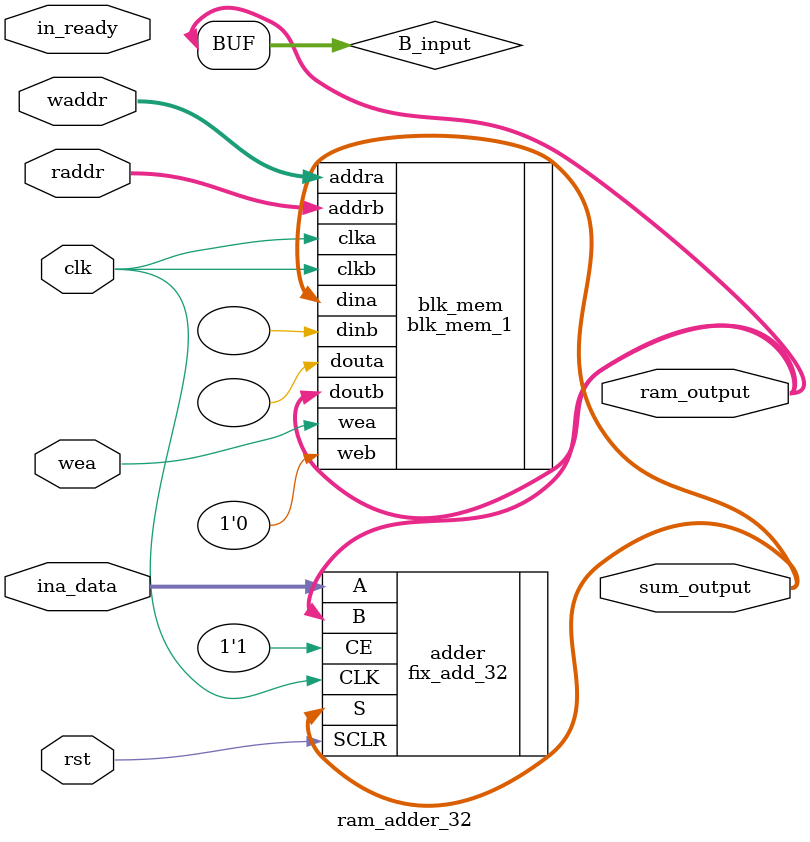
<source format=v>
`timescale 1ns / 1ps



module ram_adder_32(
    input wire clk,           // Clock signal
    input wire rst,         // Rst signal
    input wire [31:0] ina_data,// Input data to be added
    input wire in_ready,      // Signal indicating if input data is ready
    input wire wea,
    input wire [4:0] waddr,
    input wire [4:0] raddr,
    output wire [31:0] ram_output,  // Output data from the memory (not used in this specific module)
    output wire [31:0] sum_output
);

    wire [31:0] B_input;
    assign B_input = ram_output;// (!in_ready|first)? 15'b0 : ram_output;
    // Instance of the fixed-point adder
    fix_add_32 adder (
        .A(ina_data),
        .B(B_input),
        .CLK(clk),
        .CE(1'b1),
        .SCLR(rst),
        .S(sum_output)
    );

    blk_mem_1 blk_mem (
    .clka(clk),    // input wire clka
    .wea(wea),      // input wire [0 : 0] wea
    .addra(waddr),  // input wire [5 : 0] addra
    .dina(sum_output),    // input wire [15 : 0] dina
    .douta(),  // output wire [15 : 0] douta
    .clkb(clk),    // input wire clkb
    .web(1'b0),      // input wire [0 : 0] web
    .addrb(raddr),  // input wire [5 : 0] addrb
    .dinb(),    // input wire [15 : 0] dinb
    .doutb(ram_output)  // output wire [15 : 0] doutb
    );

endmodule
</source>
